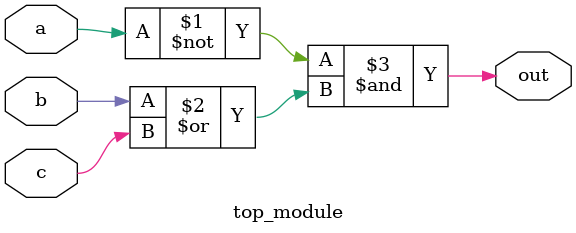
<source format=sv>
module top_module(
	input a, 
	input b,
	input c,
	output out
);

  assign out = ~a & (b | c);
  
endmodule

</source>
